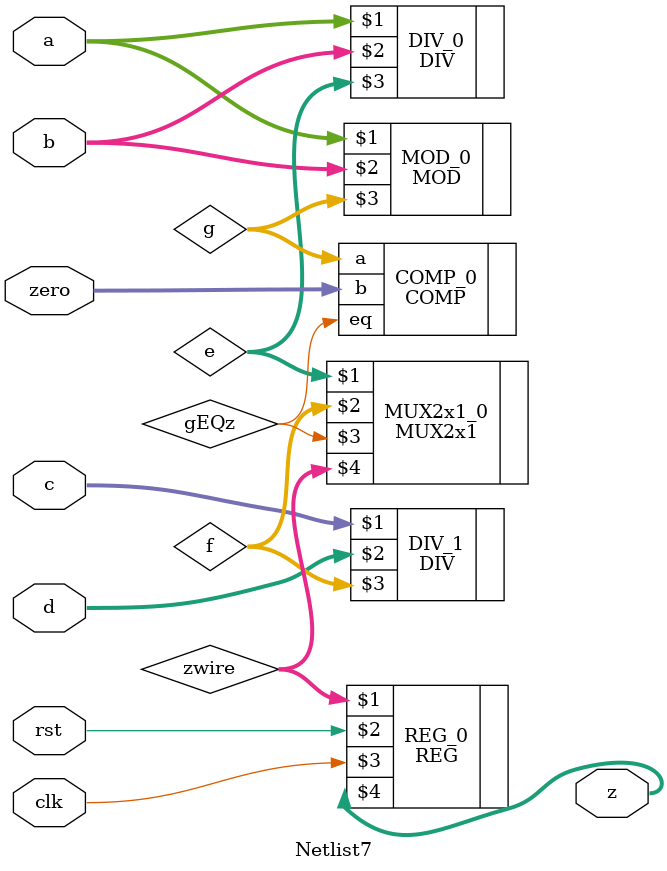
<source format=v>
`timescale 1ns / 1ps


module Netlist7(a,b, c, d, zero, rst, clk, z);

input [63:0] a, b, c, d, zero;
input rst, clk;

output [63:0] z;

wire [63:0] e, f, g, zwire;
wire gEQz;

DIV     #(.DATAWIDTH(64))   DIV_0(a, b, e);
DIV     #(.DATAWIDTH(64))   DIV_1(c, d, f);
MOD     #(.DATAWIDTH(64))   MOD_0(a, b, g);
COMP    #(.DATAWIDTH(64))   COMP_0(.a(g), .b(zero), .eq(gEQz));
MUX2x1  #(.DATAWIDTH(64))   MUX2x1_0(e, f, gEQz, zwire);
REG     #(.DATAWIDTH(64))   REG_0(zwire, rst, clk, z);

//e = a / b
//f = c / d
//g = a % b  
//gEQz = g == zero
//zwire = gEQz ? e : f 
//z = zwire
endmodule

</source>
